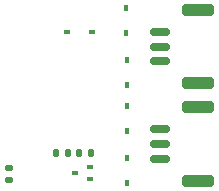
<source format=gbr>
%TF.GenerationSoftware,KiCad,Pcbnew,(6.0.9)*%
%TF.CreationDate,2022-11-27T18:10:09+08:00*%
%TF.ProjectId,usb2serial_pcb,75736232-7365-4726-9961-6c5f7063622e,1.0*%
%TF.SameCoordinates,Original*%
%TF.FileFunction,Paste,Bot*%
%TF.FilePolarity,Positive*%
%FSLAX46Y46*%
G04 Gerber Fmt 4.6, Leading zero omitted, Abs format (unit mm)*
G04 Created by KiCad (PCBNEW (6.0.9)) date 2022-11-27 18:10:09*
%MOMM*%
%LPD*%
G01*
G04 APERTURE LIST*
G04 Aperture macros list*
%AMRoundRect*
0 Rectangle with rounded corners*
0 $1 Rounding radius*
0 $2 $3 $4 $5 $6 $7 $8 $9 X,Y pos of 4 corners*
0 Add a 4 corners polygon primitive as box body*
4,1,4,$2,$3,$4,$5,$6,$7,$8,$9,$2,$3,0*
0 Add four circle primitives for the rounded corners*
1,1,$1+$1,$2,$3*
1,1,$1+$1,$4,$5*
1,1,$1+$1,$6,$7*
1,1,$1+$1,$8,$9*
0 Add four rect primitives between the rounded corners*
20,1,$1+$1,$2,$3,$4,$5,0*
20,1,$1+$1,$4,$5,$6,$7,0*
20,1,$1+$1,$6,$7,$8,$9,0*
20,1,$1+$1,$8,$9,$2,$3,0*%
G04 Aperture macros list end*
%ADD10R,0.450000X0.600000*%
%ADD11RoundRect,0.150000X-0.700000X0.150000X-0.700000X-0.150000X0.700000X-0.150000X0.700000X0.150000X0*%
%ADD12RoundRect,0.250000X-1.100000X0.250000X-1.100000X-0.250000X1.100000X-0.250000X1.100000X0.250000X0*%
%ADD13RoundRect,0.135000X0.135000X0.185000X-0.135000X0.185000X-0.135000X-0.185000X0.135000X-0.185000X0*%
%ADD14RoundRect,0.135000X-0.135000X-0.185000X0.135000X-0.185000X0.135000X0.185000X-0.135000X0.185000X0*%
%ADD15RoundRect,0.135000X0.185000X-0.135000X0.185000X0.135000X-0.185000X0.135000X-0.185000X-0.135000X0*%
%ADD16R,0.600000X0.450000*%
%ADD17R,0.510000X0.400000*%
G04 APERTURE END LIST*
D10*
%TO.C,D3*%
X62585600Y-40961600D03*
X62585600Y-43061600D03*
%TD*%
D11*
%TO.C,J4*%
X65409200Y-42946000D03*
X65409200Y-44196000D03*
X65409200Y-45446000D03*
D12*
X68609200Y-41096000D03*
X68609200Y-47296000D03*
%TD*%
D10*
%TO.C,D4*%
X62585600Y-47481200D03*
X62585600Y-45381200D03*
%TD*%
D13*
%TO.C,R1*%
X57660000Y-44958000D03*
X56640000Y-44958000D03*
%TD*%
D14*
%TO.C,R4*%
X58570400Y-44958000D03*
X59590400Y-44958000D03*
%TD*%
D11*
%TO.C,J3*%
X65409200Y-34716400D03*
X65409200Y-35966400D03*
X65409200Y-37216400D03*
D12*
X68609200Y-32866400D03*
X68609200Y-39066400D03*
%TD*%
D15*
%TO.C,R8*%
X52628800Y-47220600D03*
X52628800Y-46200600D03*
%TD*%
D10*
%TO.C,D1*%
X62534800Y-32681200D03*
X62534800Y-34781200D03*
%TD*%
%TO.C,D2*%
X62585600Y-39200800D03*
X62585600Y-37100800D03*
%TD*%
D16*
%TO.C,D5*%
X57522400Y-34747200D03*
X59622400Y-34747200D03*
%TD*%
D17*
%TO.C,Q1*%
X59522200Y-46134400D03*
X59522200Y-47134400D03*
X58232200Y-46634400D03*
%TD*%
M02*

</source>
